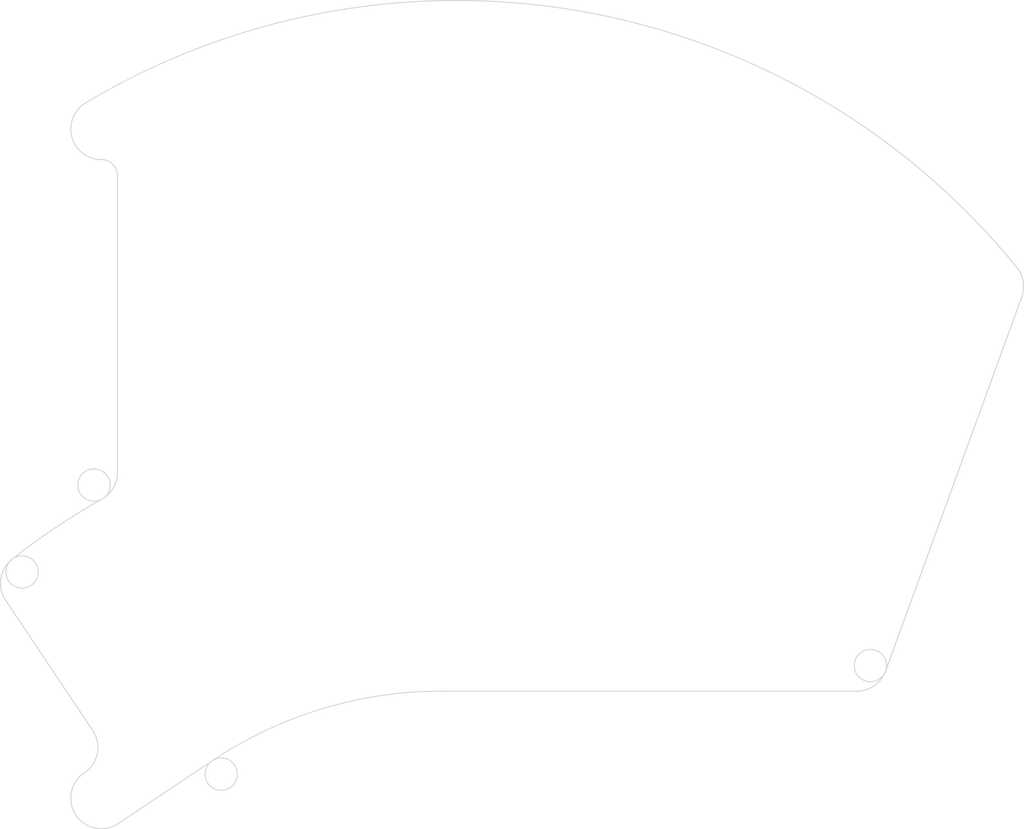
<source format=kicad_pcb>

            
(kicad_pcb (version 20171130) (host pcbnew 5.1.6)

  (page A3)
  (title_block
    (title Handy-case)
    (rev v1.0.0)
    (company Unknown)
  )

  (general
    (thickness 1.6)
  )

  (layers
    (0 F.Cu signal)
    (31 B.Cu signal)
    (32 B.Adhes user)
    (33 F.Adhes user)
    (34 B.Paste user)
    (35 F.Paste user)
    (36 B.SilkS user)
    (37 F.SilkS user)
    (38 B.Mask user)
    (39 F.Mask user)
    (40 Dwgs.User user)
    (41 Cmts.User user)
    (42 Eco1.User user)
    (43 Eco2.User user)
    (44 Edge.Cuts user)
    (45 Margin user)
    (46 B.CrtYd user)
    (47 F.CrtYd user)
    (48 B.Fab user)
    (49 F.Fab user)
  )

  (setup
    (last_trace_width 0.25)
    (trace_clearance 0.2)
    (zone_clearance 0.508)
    (zone_45_only no)
    (trace_min 0.2)
    (via_size 0.8)
    (via_drill 0.4)
    (via_min_size 0.4)
    (via_min_drill 0.3)
    (uvia_size 0.3)
    (uvia_drill 0.1)
    (uvias_allowed no)
    (uvia_min_size 0.2)
    (uvia_min_drill 0.1)
    (edge_width 0.05)
    (segment_width 0.2)
    (pcb_text_width 0.3)
    (pcb_text_size 1.5 1.5)
    (mod_edge_width 0.12)
    (mod_text_size 1 1)
    (mod_text_width 0.15)
    (pad_size 1.524 1.524)
    (pad_drill 0.762)
    (pad_to_mask_clearance 0.05)
    (aux_axis_origin 0 0)
    (visible_elements FFFFFF7F)
    (pcbplotparams
      (layerselection 0x010fc_ffffffff)
      (usegerberextensions false)
      (usegerberattributes true)
      (usegerberadvancedattributes true)
      (creategerberjobfile true)
      (excludeedgelayer true)
      (linewidth 0.100000)
      (plotframeref false)
      (viasonmask false)
      (mode 1)
      (useauxorigin false)
      (hpglpennumber 1)
      (hpglpenspeed 20)
      (hpglpendiameter 15.000000)
      (psnegative false)
      (psa4output false)
      (plotreference true)
      (plotvalue true)
      (plotinvisibletext false)
      (padsonsilk false)
      (subtractmaskfromsilk false)
      (outputformat 1)
      (mirror false)
      (drillshape 1)
      (scaleselection 1)
      (outputdirectory ""))
  )

            (net 0 "")
            
  (net_class Default "This is the default net class."
    (clearance 0.2)
    (trace_width 0.25)
    (via_dia 0.8)
    (via_drill 0.4)
    (uvia_dia 0.3)
    (uvia_drill 0.1)
    (add_net "")
  )

            
            (gr_arc (start 27.478653999999995 55.97431099999999) (end 119.3366868 -18.570922300000014) (angle -441.7053006987691) (layer Edge.Cuts) (width 0.15))
(gr_arc (start 25.05 118.50000000000001) (end 25.05 50.88500000000002) (angle -33.76999992911506) (layer Edge.Cuts) (width 0.15))
(gr_line (start -33.0312533 -45.670072000000005) (end -33.034904600000004 -45.67705010000001) (angle 90) (layer Edge.Cuts) (width 0.15))
(gr_line (start 120.15273099744225 -13.710135664533937) (end 97.83944985795132 47.595100584005934) (angle 90) (layer Edge.Cuts) (width 0.15))
(gr_line (start 93.14098671573296 50.885) (end 25.05 50.88500000000002) (angle 90) (layer Edge.Cuts) (width 0.15))
(gr_line (start -12.534503330981707 62.29329815384861) (end -27.93388443468227 72.59061272245484) (angle 90) (layer Edge.Cuts) (width 0.15))
(gr_line (start -34.86956481951157 71.21353664604717) (end -34.86956481137677 71.21353665821256) (angle 90) (layer Edge.Cuts) (width 0.15))
(gr_line (start -33.49248906516945 64.2778565273145) (end -33.492488496888676 64.27785614731441) (angle 90) (layer Edge.Cuts) (width 0.15))
(gr_line (start -32.11541281978328 57.34217606262365) (end -46.40104574494408 35.97836299692176) (angle 90) (layer Edge.Cuts) (width 0.15))
(gr_line (start -28.063186499999997 15.055908500000015) (end -28.063186499999997 -33.589883900000004) (angle 90) (layer Edge.Cuts) (width 0.15))
(gr_line (start -30.713186499999996 -36.2398839) (end -30.7131867 -36.2398839) (angle 90) (layer Edge.Cuts) (width 0.15))
(gr_arc (start -30.7131866 -41.2398839) (end -33.0312533 -45.670072000000005) (angle -152.37948209584056) (layer Edge.Cuts) (width 0.15))
(gr_arc (start 25.05 118.50000000000001) (end -30.614253199999997 19.41512010000001) (angle -8.943661861590428) (layer Edge.Cuts) (width 0.15))
(gr_arc (start -33.06318639999999 15.055908500000015) (end -30.614253199999993 19.415120200000015) (angle -60.67344138800814) (layer Edge.Cuts) (width 0.15))
(gr_arc (start -42.2446676 33.19906090000002) (end -45.3415229 29.27356900000002) (angle -85.49977815602023) (layer Edge.Cuts) (width 0.15))
(gr_arc (start -36.27179098129984 60.12147817062715) (end -33.49248848129984 64.27785617062715) (angle -89.99999523714158) (layer Edge.Cuts) (width 0.15))
(gr_arc (start -30.713186580758283 68.43423450400175) (end -33.49248908075828 64.27785650400175) (angle -179.99999523714126) (layer Edge.Cuts) (width 0.15))
(gr_arc (start 93.14098671573296 45.885) (end 93.14098671573296 50.885) (angle -70.00000118663905) (layer Edge.Cuts) (width 0.15))
(gr_arc (start 115.45426789999999 -15.420236200000012) (end 120.1527311 -13.710135600000012) (angle -59.06024527255928) (layer Edge.Cuts) (width 0.15))
(gr_arc (start -30.713186499999996 -33.589883900000004) (end -28.063186499999997 -33.589883900000004) (angle -90) (layer Edge.Cuts) (width 0.15))
(gr_arc (start -31.91218779999999 17.104738000000015) (end -30.61425319999999 19.415120200000015) (angle -0.0000012873069294982997) (layer Edge.Cuts) (width 0.15))
(gr_arc (start -43.7001896 31.354079700000014) (end -45.3415229 29.273569000000013) (angle -6.812539936618123e-7) (layer Edge.Cuts) (width 0.15))
(gr_arc (start -11.061473199999998 64.49617860000001) (end -12.534503299999997 62.29329820000001) (angle -6.934595404572974e-7) (layer Edge.Cuts) (width 0.15))
(gr_arc (start 95.34926441573296 46.688747299999996) (end 97.83944991573296 47.595100599999995) (angle -7.387059213215252e-7) (layer Edge.Cuts) (width 0.15))
            
)

        
</source>
